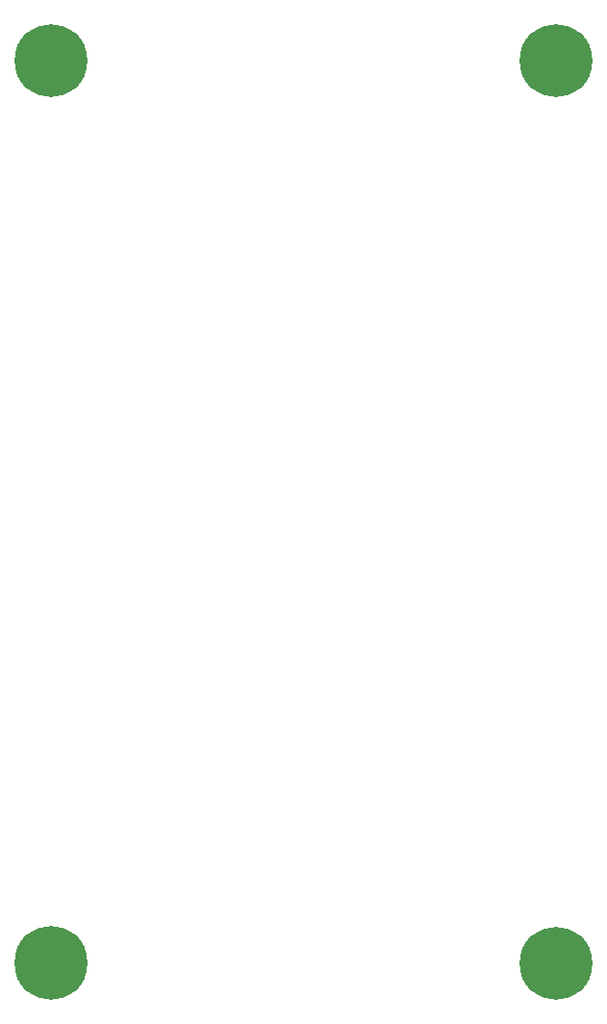
<source format=gts>
G04 #@! TF.GenerationSoftware,KiCad,Pcbnew,7.0.5-unknown-202306101748~6fbdf8f0e2~ubuntu22.04.1*
G04 #@! TF.CreationDate,2023-09-30T13:45:56+01:00*
G04 #@! TF.ProjectId,back_panel,6261636b-5f70-4616-9e65-6c2e6b696361,rev?*
G04 #@! TF.SameCoordinates,Original*
G04 #@! TF.FileFunction,Soldermask,Top*
G04 #@! TF.FilePolarity,Negative*
%FSLAX46Y46*%
G04 Gerber Fmt 4.6, Leading zero omitted, Abs format (unit mm)*
G04 Created by KiCad (PCBNEW 7.0.5-unknown-202306101748~6fbdf8f0e2~ubuntu22.04.1) date 2023-09-30 13:45:56*
%MOMM*%
%LPD*%
G01*
G04 APERTURE LIST*
%ADD10C,6.400000*%
G04 APERTURE END LIST*
D10*
X129417834Y-133227834D03*
X129417834Y-53852834D03*
X129370000Y-133185000D03*
X173867834Y-133227834D03*
X173867834Y-53852834D03*
M02*

</source>
